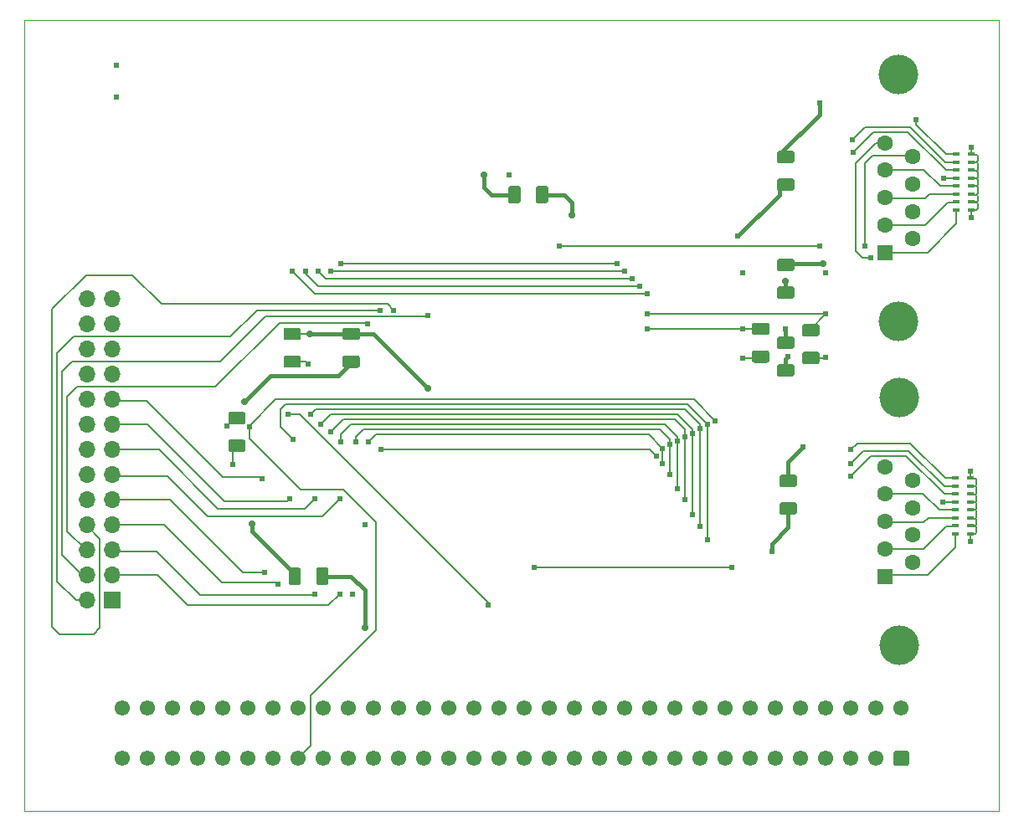
<source format=gbr>
G04 #@! TF.GenerationSoftware,KiCad,Pcbnew,5.1.5+dfsg1-2build2*
G04 #@! TF.CreationDate,2021-07-30T22:42:47+01:00*
G04 #@! TF.ProjectId,Printer+Sticks,5072696e-7465-4722-9b53-7469636b732e,rev?*
G04 #@! TF.SameCoordinates,Original*
G04 #@! TF.FileFunction,Copper,L4,Bot*
G04 #@! TF.FilePolarity,Positive*
%FSLAX46Y46*%
G04 Gerber Fmt 4.6, Leading zero omitted, Abs format (unit mm)*
G04 Created by KiCad (PCBNEW 5.1.5+dfsg1-2build2) date 2021-07-30 22:42:47*
%MOMM*%
%LPD*%
G04 APERTURE LIST*
%ADD10C,0.050000*%
%ADD11C,1.550000*%
%ADD12C,0.100000*%
%ADD13O,1.700000X1.700000*%
%ADD14R,1.700000X1.700000*%
%ADD15R,0.760000X0.430000*%
%ADD16C,4.000000*%
%ADD17C,1.600000*%
%ADD18R,1.600000X1.600000*%
%ADD19C,0.609600*%
%ADD20C,0.711200*%
%ADD21C,0.203200*%
%ADD22C,0.406400*%
G04 APERTURE END LIST*
D10*
X155448000Y-109982000D02*
X155448000Y-189992000D01*
X56896000Y-109982000D02*
X155448000Y-109982000D01*
X56896000Y-189992000D02*
X56896000Y-109982000D01*
X155448000Y-189992000D02*
X56896000Y-189992000D01*
D11*
X66802000Y-179578000D03*
X69342000Y-179578000D03*
X71882000Y-179578000D03*
X74422000Y-179578000D03*
X76962000Y-179578000D03*
X79502000Y-179578000D03*
X82042000Y-179578000D03*
X84582000Y-179578000D03*
X87122000Y-179578000D03*
X89662000Y-179578000D03*
X92202000Y-179578000D03*
X94742000Y-179578000D03*
X97282000Y-179578000D03*
X99822000Y-179578000D03*
X102362000Y-179578000D03*
X104902000Y-179578000D03*
X107442000Y-179578000D03*
X109982000Y-179578000D03*
X112522000Y-179578000D03*
X115062000Y-179578000D03*
X117602000Y-179578000D03*
X120142000Y-179578000D03*
X122682000Y-179578000D03*
X125222000Y-179578000D03*
X127762000Y-179578000D03*
X130302000Y-179578000D03*
X132842000Y-179578000D03*
X135382000Y-179578000D03*
X137922000Y-179578000D03*
X140462000Y-179578000D03*
X143002000Y-179578000D03*
X145542000Y-179578000D03*
X66802000Y-184658000D03*
X69342000Y-184658000D03*
X71882000Y-184658000D03*
X74422000Y-184658000D03*
X76962000Y-184658000D03*
X79502000Y-184658000D03*
X82042000Y-184658000D03*
X84582000Y-184658000D03*
X87122000Y-184658000D03*
X89662000Y-184658000D03*
X92202000Y-184658000D03*
X94742000Y-184658000D03*
X97282000Y-184658000D03*
X99822000Y-184658000D03*
X102362000Y-184658000D03*
X104902000Y-184658000D03*
X107442000Y-184658000D03*
X109982000Y-184658000D03*
X112522000Y-184658000D03*
X115062000Y-184658000D03*
X117602000Y-184658000D03*
X120142000Y-184658000D03*
X122682000Y-184658000D03*
X125222000Y-184658000D03*
X127762000Y-184658000D03*
X130302000Y-184658000D03*
X132842000Y-184658000D03*
X135382000Y-184658000D03*
X137922000Y-184658000D03*
X140462000Y-184658000D03*
X143002000Y-184658000D03*
G04 #@! TA.AperFunction,ComponentPad*
D12*
G36*
X146091505Y-183884204D02*
G01*
X146115773Y-183887804D01*
X146139572Y-183893765D01*
X146162671Y-183902030D01*
X146184850Y-183912520D01*
X146205893Y-183925132D01*
X146225599Y-183939747D01*
X146243777Y-183956223D01*
X146260253Y-183974401D01*
X146274868Y-183994107D01*
X146287480Y-184015150D01*
X146297970Y-184037329D01*
X146306235Y-184060428D01*
X146312196Y-184084227D01*
X146315796Y-184108495D01*
X146317000Y-184132999D01*
X146317000Y-185183001D01*
X146315796Y-185207505D01*
X146312196Y-185231773D01*
X146306235Y-185255572D01*
X146297970Y-185278671D01*
X146287480Y-185300850D01*
X146274868Y-185321893D01*
X146260253Y-185341599D01*
X146243777Y-185359777D01*
X146225599Y-185376253D01*
X146205893Y-185390868D01*
X146184850Y-185403480D01*
X146162671Y-185413970D01*
X146139572Y-185422235D01*
X146115773Y-185428196D01*
X146091505Y-185431796D01*
X146067001Y-185433000D01*
X145016999Y-185433000D01*
X144992495Y-185431796D01*
X144968227Y-185428196D01*
X144944428Y-185422235D01*
X144921329Y-185413970D01*
X144899150Y-185403480D01*
X144878107Y-185390868D01*
X144858401Y-185376253D01*
X144840223Y-185359777D01*
X144823747Y-185341599D01*
X144809132Y-185321893D01*
X144796520Y-185300850D01*
X144786030Y-185278671D01*
X144777765Y-185255572D01*
X144771804Y-185231773D01*
X144768204Y-185207505D01*
X144767000Y-185183001D01*
X144767000Y-184132999D01*
X144768204Y-184108495D01*
X144771804Y-184084227D01*
X144777765Y-184060428D01*
X144786030Y-184037329D01*
X144796520Y-184015150D01*
X144809132Y-183994107D01*
X144823747Y-183974401D01*
X144840223Y-183956223D01*
X144858401Y-183939747D01*
X144878107Y-183925132D01*
X144899150Y-183912520D01*
X144921329Y-183902030D01*
X144944428Y-183893765D01*
X144968227Y-183887804D01*
X144992495Y-183884204D01*
X145016999Y-183883000D01*
X146067001Y-183883000D01*
X146091505Y-183884204D01*
G37*
G04 #@! TD.AperFunction*
D13*
X63246000Y-138176000D03*
X65786000Y-138176000D03*
X63246000Y-140716000D03*
X65786000Y-140716000D03*
X63246000Y-143256000D03*
X65786000Y-143256000D03*
X63246000Y-145796000D03*
X65786000Y-145796000D03*
X63246000Y-148336000D03*
X65786000Y-148336000D03*
X63246000Y-150876000D03*
X65786000Y-150876000D03*
X63246000Y-153416000D03*
X65786000Y-153416000D03*
X63246000Y-155956000D03*
X65786000Y-155956000D03*
X63246000Y-158496000D03*
X65786000Y-158496000D03*
X63246000Y-161036000D03*
X65786000Y-161036000D03*
X63246000Y-163576000D03*
X65786000Y-163576000D03*
X63246000Y-166116000D03*
X65786000Y-166116000D03*
X63246000Y-168656000D03*
D14*
X65786000Y-168656000D03*
G04 #@! TA.AperFunction,SMDPad,CuDef*
D12*
G36*
X109619504Y-126761204D02*
G01*
X109643773Y-126764804D01*
X109667571Y-126770765D01*
X109690671Y-126779030D01*
X109712849Y-126789520D01*
X109733893Y-126802133D01*
X109753598Y-126816747D01*
X109771777Y-126833223D01*
X109788253Y-126851402D01*
X109802867Y-126871107D01*
X109815480Y-126892151D01*
X109825970Y-126914329D01*
X109834235Y-126937429D01*
X109840196Y-126961227D01*
X109843796Y-126985496D01*
X109845000Y-127010000D01*
X109845000Y-128260000D01*
X109843796Y-128284504D01*
X109840196Y-128308773D01*
X109834235Y-128332571D01*
X109825970Y-128355671D01*
X109815480Y-128377849D01*
X109802867Y-128398893D01*
X109788253Y-128418598D01*
X109771777Y-128436777D01*
X109753598Y-128453253D01*
X109733893Y-128467867D01*
X109712849Y-128480480D01*
X109690671Y-128490970D01*
X109667571Y-128499235D01*
X109643773Y-128505196D01*
X109619504Y-128508796D01*
X109595000Y-128510000D01*
X108845000Y-128510000D01*
X108820496Y-128508796D01*
X108796227Y-128505196D01*
X108772429Y-128499235D01*
X108749329Y-128490970D01*
X108727151Y-128480480D01*
X108706107Y-128467867D01*
X108686402Y-128453253D01*
X108668223Y-128436777D01*
X108651747Y-128418598D01*
X108637133Y-128398893D01*
X108624520Y-128377849D01*
X108614030Y-128355671D01*
X108605765Y-128332571D01*
X108599804Y-128308773D01*
X108596204Y-128284504D01*
X108595000Y-128260000D01*
X108595000Y-127010000D01*
X108596204Y-126985496D01*
X108599804Y-126961227D01*
X108605765Y-126937429D01*
X108614030Y-126914329D01*
X108624520Y-126892151D01*
X108637133Y-126871107D01*
X108651747Y-126851402D01*
X108668223Y-126833223D01*
X108686402Y-126816747D01*
X108706107Y-126802133D01*
X108727151Y-126789520D01*
X108749329Y-126779030D01*
X108772429Y-126770765D01*
X108796227Y-126764804D01*
X108820496Y-126761204D01*
X108845000Y-126760000D01*
X109595000Y-126760000D01*
X109619504Y-126761204D01*
G37*
G04 #@! TD.AperFunction*
G04 #@! TA.AperFunction,SMDPad,CuDef*
G36*
X106819504Y-126761204D02*
G01*
X106843773Y-126764804D01*
X106867571Y-126770765D01*
X106890671Y-126779030D01*
X106912849Y-126789520D01*
X106933893Y-126802133D01*
X106953598Y-126816747D01*
X106971777Y-126833223D01*
X106988253Y-126851402D01*
X107002867Y-126871107D01*
X107015480Y-126892151D01*
X107025970Y-126914329D01*
X107034235Y-126937429D01*
X107040196Y-126961227D01*
X107043796Y-126985496D01*
X107045000Y-127010000D01*
X107045000Y-128260000D01*
X107043796Y-128284504D01*
X107040196Y-128308773D01*
X107034235Y-128332571D01*
X107025970Y-128355671D01*
X107015480Y-128377849D01*
X107002867Y-128398893D01*
X106988253Y-128418598D01*
X106971777Y-128436777D01*
X106953598Y-128453253D01*
X106933893Y-128467867D01*
X106912849Y-128480480D01*
X106890671Y-128490970D01*
X106867571Y-128499235D01*
X106843773Y-128505196D01*
X106819504Y-128508796D01*
X106795000Y-128510000D01*
X106045000Y-128510000D01*
X106020496Y-128508796D01*
X105996227Y-128505196D01*
X105972429Y-128499235D01*
X105949329Y-128490970D01*
X105927151Y-128480480D01*
X105906107Y-128467867D01*
X105886402Y-128453253D01*
X105868223Y-128436777D01*
X105851747Y-128418598D01*
X105837133Y-128398893D01*
X105824520Y-128377849D01*
X105814030Y-128355671D01*
X105805765Y-128332571D01*
X105799804Y-128308773D01*
X105796204Y-128284504D01*
X105795000Y-128260000D01*
X105795000Y-127010000D01*
X105796204Y-126985496D01*
X105799804Y-126961227D01*
X105805765Y-126937429D01*
X105814030Y-126914329D01*
X105824520Y-126892151D01*
X105837133Y-126871107D01*
X105851747Y-126851402D01*
X105868223Y-126833223D01*
X105886402Y-126816747D01*
X105906107Y-126802133D01*
X105927151Y-126789520D01*
X105949329Y-126779030D01*
X105972429Y-126770765D01*
X105996227Y-126764804D01*
X106020496Y-126761204D01*
X106045000Y-126760000D01*
X106795000Y-126760000D01*
X106819504Y-126761204D01*
G37*
G04 #@! TD.AperFunction*
G04 #@! TA.AperFunction,SMDPad,CuDef*
G36*
X84600504Y-165369204D02*
G01*
X84624773Y-165372804D01*
X84648571Y-165378765D01*
X84671671Y-165387030D01*
X84693849Y-165397520D01*
X84714893Y-165410133D01*
X84734598Y-165424747D01*
X84752777Y-165441223D01*
X84769253Y-165459402D01*
X84783867Y-165479107D01*
X84796480Y-165500151D01*
X84806970Y-165522329D01*
X84815235Y-165545429D01*
X84821196Y-165569227D01*
X84824796Y-165593496D01*
X84826000Y-165618000D01*
X84826000Y-166868000D01*
X84824796Y-166892504D01*
X84821196Y-166916773D01*
X84815235Y-166940571D01*
X84806970Y-166963671D01*
X84796480Y-166985849D01*
X84783867Y-167006893D01*
X84769253Y-167026598D01*
X84752777Y-167044777D01*
X84734598Y-167061253D01*
X84714893Y-167075867D01*
X84693849Y-167088480D01*
X84671671Y-167098970D01*
X84648571Y-167107235D01*
X84624773Y-167113196D01*
X84600504Y-167116796D01*
X84576000Y-167118000D01*
X83826000Y-167118000D01*
X83801496Y-167116796D01*
X83777227Y-167113196D01*
X83753429Y-167107235D01*
X83730329Y-167098970D01*
X83708151Y-167088480D01*
X83687107Y-167075867D01*
X83667402Y-167061253D01*
X83649223Y-167044777D01*
X83632747Y-167026598D01*
X83618133Y-167006893D01*
X83605520Y-166985849D01*
X83595030Y-166963671D01*
X83586765Y-166940571D01*
X83580804Y-166916773D01*
X83577204Y-166892504D01*
X83576000Y-166868000D01*
X83576000Y-165618000D01*
X83577204Y-165593496D01*
X83580804Y-165569227D01*
X83586765Y-165545429D01*
X83595030Y-165522329D01*
X83605520Y-165500151D01*
X83618133Y-165479107D01*
X83632747Y-165459402D01*
X83649223Y-165441223D01*
X83667402Y-165424747D01*
X83687107Y-165410133D01*
X83708151Y-165397520D01*
X83730329Y-165387030D01*
X83753429Y-165378765D01*
X83777227Y-165372804D01*
X83801496Y-165369204D01*
X83826000Y-165368000D01*
X84576000Y-165368000D01*
X84600504Y-165369204D01*
G37*
G04 #@! TD.AperFunction*
G04 #@! TA.AperFunction,SMDPad,CuDef*
G36*
X87400504Y-165369204D02*
G01*
X87424773Y-165372804D01*
X87448571Y-165378765D01*
X87471671Y-165387030D01*
X87493849Y-165397520D01*
X87514893Y-165410133D01*
X87534598Y-165424747D01*
X87552777Y-165441223D01*
X87569253Y-165459402D01*
X87583867Y-165479107D01*
X87596480Y-165500151D01*
X87606970Y-165522329D01*
X87615235Y-165545429D01*
X87621196Y-165569227D01*
X87624796Y-165593496D01*
X87626000Y-165618000D01*
X87626000Y-166868000D01*
X87624796Y-166892504D01*
X87621196Y-166916773D01*
X87615235Y-166940571D01*
X87606970Y-166963671D01*
X87596480Y-166985849D01*
X87583867Y-167006893D01*
X87569253Y-167026598D01*
X87552777Y-167044777D01*
X87534598Y-167061253D01*
X87514893Y-167075867D01*
X87493849Y-167088480D01*
X87471671Y-167098970D01*
X87448571Y-167107235D01*
X87424773Y-167113196D01*
X87400504Y-167116796D01*
X87376000Y-167118000D01*
X86626000Y-167118000D01*
X86601496Y-167116796D01*
X86577227Y-167113196D01*
X86553429Y-167107235D01*
X86530329Y-167098970D01*
X86508151Y-167088480D01*
X86487107Y-167075867D01*
X86467402Y-167061253D01*
X86449223Y-167044777D01*
X86432747Y-167026598D01*
X86418133Y-167006893D01*
X86405520Y-166985849D01*
X86395030Y-166963671D01*
X86386765Y-166940571D01*
X86380804Y-166916773D01*
X86377204Y-166892504D01*
X86376000Y-166868000D01*
X86376000Y-165618000D01*
X86377204Y-165593496D01*
X86380804Y-165569227D01*
X86386765Y-165545429D01*
X86395030Y-165522329D01*
X86405520Y-165500151D01*
X86418133Y-165479107D01*
X86432747Y-165459402D01*
X86449223Y-165441223D01*
X86467402Y-165424747D01*
X86487107Y-165410133D01*
X86508151Y-165397520D01*
X86530329Y-165387030D01*
X86553429Y-165378765D01*
X86577227Y-165372804D01*
X86601496Y-165369204D01*
X86626000Y-165368000D01*
X87376000Y-165368000D01*
X87400504Y-165369204D01*
G37*
G04 #@! TD.AperFunction*
G04 #@! TA.AperFunction,SMDPad,CuDef*
G36*
X131967504Y-143400204D02*
G01*
X131991773Y-143403804D01*
X132015571Y-143409765D01*
X132038671Y-143418030D01*
X132060849Y-143428520D01*
X132081893Y-143441133D01*
X132101598Y-143455747D01*
X132119777Y-143472223D01*
X132136253Y-143490402D01*
X132150867Y-143510107D01*
X132163480Y-143531151D01*
X132173970Y-143553329D01*
X132182235Y-143576429D01*
X132188196Y-143600227D01*
X132191796Y-143624496D01*
X132193000Y-143649000D01*
X132193000Y-144399000D01*
X132191796Y-144423504D01*
X132188196Y-144447773D01*
X132182235Y-144471571D01*
X132173970Y-144494671D01*
X132163480Y-144516849D01*
X132150867Y-144537893D01*
X132136253Y-144557598D01*
X132119777Y-144575777D01*
X132101598Y-144592253D01*
X132081893Y-144606867D01*
X132060849Y-144619480D01*
X132038671Y-144629970D01*
X132015571Y-144638235D01*
X131991773Y-144644196D01*
X131967504Y-144647796D01*
X131943000Y-144649000D01*
X130693000Y-144649000D01*
X130668496Y-144647796D01*
X130644227Y-144644196D01*
X130620429Y-144638235D01*
X130597329Y-144629970D01*
X130575151Y-144619480D01*
X130554107Y-144606867D01*
X130534402Y-144592253D01*
X130516223Y-144575777D01*
X130499747Y-144557598D01*
X130485133Y-144537893D01*
X130472520Y-144516849D01*
X130462030Y-144494671D01*
X130453765Y-144471571D01*
X130447804Y-144447773D01*
X130444204Y-144423504D01*
X130443000Y-144399000D01*
X130443000Y-143649000D01*
X130444204Y-143624496D01*
X130447804Y-143600227D01*
X130453765Y-143576429D01*
X130462030Y-143553329D01*
X130472520Y-143531151D01*
X130485133Y-143510107D01*
X130499747Y-143490402D01*
X130516223Y-143472223D01*
X130534402Y-143455747D01*
X130554107Y-143441133D01*
X130575151Y-143428520D01*
X130597329Y-143418030D01*
X130620429Y-143409765D01*
X130644227Y-143403804D01*
X130668496Y-143400204D01*
X130693000Y-143399000D01*
X131943000Y-143399000D01*
X131967504Y-143400204D01*
G37*
G04 #@! TD.AperFunction*
G04 #@! TA.AperFunction,SMDPad,CuDef*
G36*
X131967504Y-140600204D02*
G01*
X131991773Y-140603804D01*
X132015571Y-140609765D01*
X132038671Y-140618030D01*
X132060849Y-140628520D01*
X132081893Y-140641133D01*
X132101598Y-140655747D01*
X132119777Y-140672223D01*
X132136253Y-140690402D01*
X132150867Y-140710107D01*
X132163480Y-140731151D01*
X132173970Y-140753329D01*
X132182235Y-140776429D01*
X132188196Y-140800227D01*
X132191796Y-140824496D01*
X132193000Y-140849000D01*
X132193000Y-141599000D01*
X132191796Y-141623504D01*
X132188196Y-141647773D01*
X132182235Y-141671571D01*
X132173970Y-141694671D01*
X132163480Y-141716849D01*
X132150867Y-141737893D01*
X132136253Y-141757598D01*
X132119777Y-141775777D01*
X132101598Y-141792253D01*
X132081893Y-141806867D01*
X132060849Y-141819480D01*
X132038671Y-141829970D01*
X132015571Y-141838235D01*
X131991773Y-141844196D01*
X131967504Y-141847796D01*
X131943000Y-141849000D01*
X130693000Y-141849000D01*
X130668496Y-141847796D01*
X130644227Y-141844196D01*
X130620429Y-141838235D01*
X130597329Y-141829970D01*
X130575151Y-141819480D01*
X130554107Y-141806867D01*
X130534402Y-141792253D01*
X130516223Y-141775777D01*
X130499747Y-141757598D01*
X130485133Y-141737893D01*
X130472520Y-141716849D01*
X130462030Y-141694671D01*
X130453765Y-141671571D01*
X130447804Y-141647773D01*
X130444204Y-141623504D01*
X130443000Y-141599000D01*
X130443000Y-140849000D01*
X130444204Y-140824496D01*
X130447804Y-140800227D01*
X130453765Y-140776429D01*
X130462030Y-140753329D01*
X130472520Y-140731151D01*
X130485133Y-140710107D01*
X130499747Y-140690402D01*
X130516223Y-140672223D01*
X130534402Y-140655747D01*
X130554107Y-140641133D01*
X130575151Y-140628520D01*
X130597329Y-140618030D01*
X130620429Y-140609765D01*
X130644227Y-140603804D01*
X130668496Y-140600204D01*
X130693000Y-140599000D01*
X131943000Y-140599000D01*
X131967504Y-140600204D01*
G37*
G04 #@! TD.AperFunction*
G04 #@! TA.AperFunction,SMDPad,CuDef*
G36*
X137047504Y-143527204D02*
G01*
X137071773Y-143530804D01*
X137095571Y-143536765D01*
X137118671Y-143545030D01*
X137140849Y-143555520D01*
X137161893Y-143568133D01*
X137181598Y-143582747D01*
X137199777Y-143599223D01*
X137216253Y-143617402D01*
X137230867Y-143637107D01*
X137243480Y-143658151D01*
X137253970Y-143680329D01*
X137262235Y-143703429D01*
X137268196Y-143727227D01*
X137271796Y-143751496D01*
X137273000Y-143776000D01*
X137273000Y-144526000D01*
X137271796Y-144550504D01*
X137268196Y-144574773D01*
X137262235Y-144598571D01*
X137253970Y-144621671D01*
X137243480Y-144643849D01*
X137230867Y-144664893D01*
X137216253Y-144684598D01*
X137199777Y-144702777D01*
X137181598Y-144719253D01*
X137161893Y-144733867D01*
X137140849Y-144746480D01*
X137118671Y-144756970D01*
X137095571Y-144765235D01*
X137071773Y-144771196D01*
X137047504Y-144774796D01*
X137023000Y-144776000D01*
X135773000Y-144776000D01*
X135748496Y-144774796D01*
X135724227Y-144771196D01*
X135700429Y-144765235D01*
X135677329Y-144756970D01*
X135655151Y-144746480D01*
X135634107Y-144733867D01*
X135614402Y-144719253D01*
X135596223Y-144702777D01*
X135579747Y-144684598D01*
X135565133Y-144664893D01*
X135552520Y-144643849D01*
X135542030Y-144621671D01*
X135533765Y-144598571D01*
X135527804Y-144574773D01*
X135524204Y-144550504D01*
X135523000Y-144526000D01*
X135523000Y-143776000D01*
X135524204Y-143751496D01*
X135527804Y-143727227D01*
X135533765Y-143703429D01*
X135542030Y-143680329D01*
X135552520Y-143658151D01*
X135565133Y-143637107D01*
X135579747Y-143617402D01*
X135596223Y-143599223D01*
X135614402Y-143582747D01*
X135634107Y-143568133D01*
X135655151Y-143555520D01*
X135677329Y-143545030D01*
X135700429Y-143536765D01*
X135724227Y-143530804D01*
X135748496Y-143527204D01*
X135773000Y-143526000D01*
X137023000Y-143526000D01*
X137047504Y-143527204D01*
G37*
G04 #@! TD.AperFunction*
G04 #@! TA.AperFunction,SMDPad,CuDef*
G36*
X137047504Y-140727204D02*
G01*
X137071773Y-140730804D01*
X137095571Y-140736765D01*
X137118671Y-140745030D01*
X137140849Y-140755520D01*
X137161893Y-140768133D01*
X137181598Y-140782747D01*
X137199777Y-140799223D01*
X137216253Y-140817402D01*
X137230867Y-140837107D01*
X137243480Y-140858151D01*
X137253970Y-140880329D01*
X137262235Y-140903429D01*
X137268196Y-140927227D01*
X137271796Y-140951496D01*
X137273000Y-140976000D01*
X137273000Y-141726000D01*
X137271796Y-141750504D01*
X137268196Y-141774773D01*
X137262235Y-141798571D01*
X137253970Y-141821671D01*
X137243480Y-141843849D01*
X137230867Y-141864893D01*
X137216253Y-141884598D01*
X137199777Y-141902777D01*
X137181598Y-141919253D01*
X137161893Y-141933867D01*
X137140849Y-141946480D01*
X137118671Y-141956970D01*
X137095571Y-141965235D01*
X137071773Y-141971196D01*
X137047504Y-141974796D01*
X137023000Y-141976000D01*
X135773000Y-141976000D01*
X135748496Y-141974796D01*
X135724227Y-141971196D01*
X135700429Y-141965235D01*
X135677329Y-141956970D01*
X135655151Y-141946480D01*
X135634107Y-141933867D01*
X135614402Y-141919253D01*
X135596223Y-141902777D01*
X135579747Y-141884598D01*
X135565133Y-141864893D01*
X135552520Y-141843849D01*
X135542030Y-141821671D01*
X135533765Y-141798571D01*
X135527804Y-141774773D01*
X135524204Y-141750504D01*
X135523000Y-141726000D01*
X135523000Y-140976000D01*
X135524204Y-140951496D01*
X135527804Y-140927227D01*
X135533765Y-140903429D01*
X135542030Y-140880329D01*
X135552520Y-140858151D01*
X135565133Y-140837107D01*
X135579747Y-140817402D01*
X135596223Y-140799223D01*
X135614402Y-140782747D01*
X135634107Y-140768133D01*
X135655151Y-140755520D01*
X135677329Y-140745030D01*
X135700429Y-140736765D01*
X135724227Y-140730804D01*
X135748496Y-140727204D01*
X135773000Y-140726000D01*
X137023000Y-140726000D01*
X137047504Y-140727204D01*
G37*
G04 #@! TD.AperFunction*
G04 #@! TA.AperFunction,SMDPad,CuDef*
G36*
X79008504Y-152417204D02*
G01*
X79032773Y-152420804D01*
X79056571Y-152426765D01*
X79079671Y-152435030D01*
X79101849Y-152445520D01*
X79122893Y-152458133D01*
X79142598Y-152472747D01*
X79160777Y-152489223D01*
X79177253Y-152507402D01*
X79191867Y-152527107D01*
X79204480Y-152548151D01*
X79214970Y-152570329D01*
X79223235Y-152593429D01*
X79229196Y-152617227D01*
X79232796Y-152641496D01*
X79234000Y-152666000D01*
X79234000Y-153416000D01*
X79232796Y-153440504D01*
X79229196Y-153464773D01*
X79223235Y-153488571D01*
X79214970Y-153511671D01*
X79204480Y-153533849D01*
X79191867Y-153554893D01*
X79177253Y-153574598D01*
X79160777Y-153592777D01*
X79142598Y-153609253D01*
X79122893Y-153623867D01*
X79101849Y-153636480D01*
X79079671Y-153646970D01*
X79056571Y-153655235D01*
X79032773Y-153661196D01*
X79008504Y-153664796D01*
X78984000Y-153666000D01*
X77734000Y-153666000D01*
X77709496Y-153664796D01*
X77685227Y-153661196D01*
X77661429Y-153655235D01*
X77638329Y-153646970D01*
X77616151Y-153636480D01*
X77595107Y-153623867D01*
X77575402Y-153609253D01*
X77557223Y-153592777D01*
X77540747Y-153574598D01*
X77526133Y-153554893D01*
X77513520Y-153533849D01*
X77503030Y-153511671D01*
X77494765Y-153488571D01*
X77488804Y-153464773D01*
X77485204Y-153440504D01*
X77484000Y-153416000D01*
X77484000Y-152666000D01*
X77485204Y-152641496D01*
X77488804Y-152617227D01*
X77494765Y-152593429D01*
X77503030Y-152570329D01*
X77513520Y-152548151D01*
X77526133Y-152527107D01*
X77540747Y-152507402D01*
X77557223Y-152489223D01*
X77575402Y-152472747D01*
X77595107Y-152458133D01*
X77616151Y-152445520D01*
X77638329Y-152435030D01*
X77661429Y-152426765D01*
X77685227Y-152420804D01*
X77709496Y-152417204D01*
X77734000Y-152416000D01*
X78984000Y-152416000D01*
X79008504Y-152417204D01*
G37*
G04 #@! TD.AperFunction*
G04 #@! TA.AperFunction,SMDPad,CuDef*
G36*
X79008504Y-149617204D02*
G01*
X79032773Y-149620804D01*
X79056571Y-149626765D01*
X79079671Y-149635030D01*
X79101849Y-149645520D01*
X79122893Y-149658133D01*
X79142598Y-149672747D01*
X79160777Y-149689223D01*
X79177253Y-149707402D01*
X79191867Y-149727107D01*
X79204480Y-149748151D01*
X79214970Y-149770329D01*
X79223235Y-149793429D01*
X79229196Y-149817227D01*
X79232796Y-149841496D01*
X79234000Y-149866000D01*
X79234000Y-150616000D01*
X79232796Y-150640504D01*
X79229196Y-150664773D01*
X79223235Y-150688571D01*
X79214970Y-150711671D01*
X79204480Y-150733849D01*
X79191867Y-150754893D01*
X79177253Y-150774598D01*
X79160777Y-150792777D01*
X79142598Y-150809253D01*
X79122893Y-150823867D01*
X79101849Y-150836480D01*
X79079671Y-150846970D01*
X79056571Y-150855235D01*
X79032773Y-150861196D01*
X79008504Y-150864796D01*
X78984000Y-150866000D01*
X77734000Y-150866000D01*
X77709496Y-150864796D01*
X77685227Y-150861196D01*
X77661429Y-150855235D01*
X77638329Y-150846970D01*
X77616151Y-150836480D01*
X77595107Y-150823867D01*
X77575402Y-150809253D01*
X77557223Y-150792777D01*
X77540747Y-150774598D01*
X77526133Y-150754893D01*
X77513520Y-150733849D01*
X77503030Y-150711671D01*
X77494765Y-150688571D01*
X77488804Y-150664773D01*
X77485204Y-150640504D01*
X77484000Y-150616000D01*
X77484000Y-149866000D01*
X77485204Y-149841496D01*
X77488804Y-149817227D01*
X77494765Y-149793429D01*
X77503030Y-149770329D01*
X77513520Y-149748151D01*
X77526133Y-149727107D01*
X77540747Y-149707402D01*
X77557223Y-149689223D01*
X77575402Y-149672747D01*
X77595107Y-149658133D01*
X77616151Y-149645520D01*
X77638329Y-149635030D01*
X77661429Y-149626765D01*
X77685227Y-149620804D01*
X77709496Y-149617204D01*
X77734000Y-149616000D01*
X78984000Y-149616000D01*
X79008504Y-149617204D01*
G37*
G04 #@! TD.AperFunction*
G04 #@! TA.AperFunction,SMDPad,CuDef*
G36*
X84596504Y-143902204D02*
G01*
X84620773Y-143905804D01*
X84644571Y-143911765D01*
X84667671Y-143920030D01*
X84689849Y-143930520D01*
X84710893Y-143943133D01*
X84730598Y-143957747D01*
X84748777Y-143974223D01*
X84765253Y-143992402D01*
X84779867Y-144012107D01*
X84792480Y-144033151D01*
X84802970Y-144055329D01*
X84811235Y-144078429D01*
X84817196Y-144102227D01*
X84820796Y-144126496D01*
X84822000Y-144151000D01*
X84822000Y-144901000D01*
X84820796Y-144925504D01*
X84817196Y-144949773D01*
X84811235Y-144973571D01*
X84802970Y-144996671D01*
X84792480Y-145018849D01*
X84779867Y-145039893D01*
X84765253Y-145059598D01*
X84748777Y-145077777D01*
X84730598Y-145094253D01*
X84710893Y-145108867D01*
X84689849Y-145121480D01*
X84667671Y-145131970D01*
X84644571Y-145140235D01*
X84620773Y-145146196D01*
X84596504Y-145149796D01*
X84572000Y-145151000D01*
X83322000Y-145151000D01*
X83297496Y-145149796D01*
X83273227Y-145146196D01*
X83249429Y-145140235D01*
X83226329Y-145131970D01*
X83204151Y-145121480D01*
X83183107Y-145108867D01*
X83163402Y-145094253D01*
X83145223Y-145077777D01*
X83128747Y-145059598D01*
X83114133Y-145039893D01*
X83101520Y-145018849D01*
X83091030Y-144996671D01*
X83082765Y-144973571D01*
X83076804Y-144949773D01*
X83073204Y-144925504D01*
X83072000Y-144901000D01*
X83072000Y-144151000D01*
X83073204Y-144126496D01*
X83076804Y-144102227D01*
X83082765Y-144078429D01*
X83091030Y-144055329D01*
X83101520Y-144033151D01*
X83114133Y-144012107D01*
X83128747Y-143992402D01*
X83145223Y-143974223D01*
X83163402Y-143957747D01*
X83183107Y-143943133D01*
X83204151Y-143930520D01*
X83226329Y-143920030D01*
X83249429Y-143911765D01*
X83273227Y-143905804D01*
X83297496Y-143902204D01*
X83322000Y-143901000D01*
X84572000Y-143901000D01*
X84596504Y-143902204D01*
G37*
G04 #@! TD.AperFunction*
G04 #@! TA.AperFunction,SMDPad,CuDef*
G36*
X84596504Y-141102204D02*
G01*
X84620773Y-141105804D01*
X84644571Y-141111765D01*
X84667671Y-141120030D01*
X84689849Y-141130520D01*
X84710893Y-141143133D01*
X84730598Y-141157747D01*
X84748777Y-141174223D01*
X84765253Y-141192402D01*
X84779867Y-141212107D01*
X84792480Y-141233151D01*
X84802970Y-141255329D01*
X84811235Y-141278429D01*
X84817196Y-141302227D01*
X84820796Y-141326496D01*
X84822000Y-141351000D01*
X84822000Y-142101000D01*
X84820796Y-142125504D01*
X84817196Y-142149773D01*
X84811235Y-142173571D01*
X84802970Y-142196671D01*
X84792480Y-142218849D01*
X84779867Y-142239893D01*
X84765253Y-142259598D01*
X84748777Y-142277777D01*
X84730598Y-142294253D01*
X84710893Y-142308867D01*
X84689849Y-142321480D01*
X84667671Y-142331970D01*
X84644571Y-142340235D01*
X84620773Y-142346196D01*
X84596504Y-142349796D01*
X84572000Y-142351000D01*
X83322000Y-142351000D01*
X83297496Y-142349796D01*
X83273227Y-142346196D01*
X83249429Y-142340235D01*
X83226329Y-142331970D01*
X83204151Y-142321480D01*
X83183107Y-142308867D01*
X83163402Y-142294253D01*
X83145223Y-142277777D01*
X83128747Y-142259598D01*
X83114133Y-142239893D01*
X83101520Y-142218849D01*
X83091030Y-142196671D01*
X83082765Y-142173571D01*
X83076804Y-142149773D01*
X83073204Y-142125504D01*
X83072000Y-142101000D01*
X83072000Y-141351000D01*
X83073204Y-141326496D01*
X83076804Y-141302227D01*
X83082765Y-141278429D01*
X83091030Y-141255329D01*
X83101520Y-141233151D01*
X83114133Y-141212107D01*
X83128747Y-141192402D01*
X83145223Y-141174223D01*
X83163402Y-141157747D01*
X83183107Y-141143133D01*
X83204151Y-141130520D01*
X83226329Y-141120030D01*
X83249429Y-141111765D01*
X83273227Y-141105804D01*
X83297496Y-141102204D01*
X83322000Y-141101000D01*
X84572000Y-141101000D01*
X84596504Y-141102204D01*
G37*
G04 #@! TD.AperFunction*
G04 #@! TA.AperFunction,SMDPad,CuDef*
G36*
X90565504Y-143908204D02*
G01*
X90589773Y-143911804D01*
X90613571Y-143917765D01*
X90636671Y-143926030D01*
X90658849Y-143936520D01*
X90679893Y-143949133D01*
X90699598Y-143963747D01*
X90717777Y-143980223D01*
X90734253Y-143998402D01*
X90748867Y-144018107D01*
X90761480Y-144039151D01*
X90771970Y-144061329D01*
X90780235Y-144084429D01*
X90786196Y-144108227D01*
X90789796Y-144132496D01*
X90791000Y-144157000D01*
X90791000Y-144907000D01*
X90789796Y-144931504D01*
X90786196Y-144955773D01*
X90780235Y-144979571D01*
X90771970Y-145002671D01*
X90761480Y-145024849D01*
X90748867Y-145045893D01*
X90734253Y-145065598D01*
X90717777Y-145083777D01*
X90699598Y-145100253D01*
X90679893Y-145114867D01*
X90658849Y-145127480D01*
X90636671Y-145137970D01*
X90613571Y-145146235D01*
X90589773Y-145152196D01*
X90565504Y-145155796D01*
X90541000Y-145157000D01*
X89291000Y-145157000D01*
X89266496Y-145155796D01*
X89242227Y-145152196D01*
X89218429Y-145146235D01*
X89195329Y-145137970D01*
X89173151Y-145127480D01*
X89152107Y-145114867D01*
X89132402Y-145100253D01*
X89114223Y-145083777D01*
X89097747Y-145065598D01*
X89083133Y-145045893D01*
X89070520Y-145024849D01*
X89060030Y-145002671D01*
X89051765Y-144979571D01*
X89045804Y-144955773D01*
X89042204Y-144931504D01*
X89041000Y-144907000D01*
X89041000Y-144157000D01*
X89042204Y-144132496D01*
X89045804Y-144108227D01*
X89051765Y-144084429D01*
X89060030Y-144061329D01*
X89070520Y-144039151D01*
X89083133Y-144018107D01*
X89097747Y-143998402D01*
X89114223Y-143980223D01*
X89132402Y-143963747D01*
X89152107Y-143949133D01*
X89173151Y-143936520D01*
X89195329Y-143926030D01*
X89218429Y-143917765D01*
X89242227Y-143911804D01*
X89266496Y-143908204D01*
X89291000Y-143907000D01*
X90541000Y-143907000D01*
X90565504Y-143908204D01*
G37*
G04 #@! TD.AperFunction*
G04 #@! TA.AperFunction,SMDPad,CuDef*
G36*
X90565504Y-141108204D02*
G01*
X90589773Y-141111804D01*
X90613571Y-141117765D01*
X90636671Y-141126030D01*
X90658849Y-141136520D01*
X90679893Y-141149133D01*
X90699598Y-141163747D01*
X90717777Y-141180223D01*
X90734253Y-141198402D01*
X90748867Y-141218107D01*
X90761480Y-141239151D01*
X90771970Y-141261329D01*
X90780235Y-141284429D01*
X90786196Y-141308227D01*
X90789796Y-141332496D01*
X90791000Y-141357000D01*
X90791000Y-142107000D01*
X90789796Y-142131504D01*
X90786196Y-142155773D01*
X90780235Y-142179571D01*
X90771970Y-142202671D01*
X90761480Y-142224849D01*
X90748867Y-142245893D01*
X90734253Y-142265598D01*
X90717777Y-142283777D01*
X90699598Y-142300253D01*
X90679893Y-142314867D01*
X90658849Y-142327480D01*
X90636671Y-142337970D01*
X90613571Y-142346235D01*
X90589773Y-142352196D01*
X90565504Y-142355796D01*
X90541000Y-142357000D01*
X89291000Y-142357000D01*
X89266496Y-142355796D01*
X89242227Y-142352196D01*
X89218429Y-142346235D01*
X89195329Y-142337970D01*
X89173151Y-142327480D01*
X89152107Y-142314867D01*
X89132402Y-142300253D01*
X89114223Y-142283777D01*
X89097747Y-142265598D01*
X89083133Y-142245893D01*
X89070520Y-142224849D01*
X89060030Y-142202671D01*
X89051765Y-142179571D01*
X89045804Y-142155773D01*
X89042204Y-142131504D01*
X89041000Y-142107000D01*
X89041000Y-141357000D01*
X89042204Y-141332496D01*
X89045804Y-141308227D01*
X89051765Y-141284429D01*
X89060030Y-141261329D01*
X89070520Y-141239151D01*
X89083133Y-141218107D01*
X89097747Y-141198402D01*
X89114223Y-141180223D01*
X89132402Y-141163747D01*
X89152107Y-141149133D01*
X89173151Y-141136520D01*
X89195329Y-141126030D01*
X89218429Y-141117765D01*
X89242227Y-141111804D01*
X89266496Y-141108204D01*
X89291000Y-141107000D01*
X90541000Y-141107000D01*
X90565504Y-141108204D01*
G37*
G04 #@! TD.AperFunction*
D15*
X152525000Y-157131000D03*
X152525000Y-156331000D03*
X152525000Y-161931000D03*
X152525000Y-161131000D03*
X151005000Y-161131000D03*
X151005000Y-161931000D03*
X151005000Y-156331000D03*
X151005000Y-157131000D03*
X152525000Y-160331000D03*
X152525000Y-157931000D03*
X151005000Y-157931000D03*
X151005000Y-160331000D03*
X152525000Y-158731000D03*
X151005000Y-158731000D03*
X152525000Y-159531000D03*
X151005000Y-159531000D03*
X152652000Y-124365000D03*
X152652000Y-123565000D03*
X152652000Y-129165000D03*
X152652000Y-128365000D03*
X151132000Y-128365000D03*
X151132000Y-129165000D03*
X151132000Y-123565000D03*
X151132000Y-124365000D03*
X152652000Y-127565000D03*
X152652000Y-125165000D03*
X151132000Y-125165000D03*
X151132000Y-127565000D03*
X152652000Y-125965000D03*
X151132000Y-125965000D03*
X152652000Y-126765000D03*
X151132000Y-126765000D03*
D16*
X145311000Y-148203000D03*
X145311000Y-173203000D03*
D17*
X146731000Y-156548000D03*
X146731000Y-159318000D03*
X146731000Y-162088000D03*
X146731000Y-164858000D03*
X143891000Y-155163000D03*
X143891000Y-157933000D03*
X143891000Y-160703000D03*
X143891000Y-163473000D03*
D18*
X143891000Y-166243000D03*
D16*
X145288000Y-115443000D03*
X145288000Y-140443000D03*
D17*
X146708000Y-123788000D03*
X146708000Y-126558000D03*
X146708000Y-129328000D03*
X146708000Y-132098000D03*
X143868000Y-122403000D03*
X143868000Y-125173000D03*
X143868000Y-127943000D03*
X143868000Y-130713000D03*
D18*
X143868000Y-133483000D03*
G04 #@! TA.AperFunction,SMDPad,CuDef*
D12*
G36*
X134507504Y-123198204D02*
G01*
X134531773Y-123201804D01*
X134555571Y-123207765D01*
X134578671Y-123216030D01*
X134600849Y-123226520D01*
X134621893Y-123239133D01*
X134641598Y-123253747D01*
X134659777Y-123270223D01*
X134676253Y-123288402D01*
X134690867Y-123308107D01*
X134703480Y-123329151D01*
X134713970Y-123351329D01*
X134722235Y-123374429D01*
X134728196Y-123398227D01*
X134731796Y-123422496D01*
X134733000Y-123447000D01*
X134733000Y-124197000D01*
X134731796Y-124221504D01*
X134728196Y-124245773D01*
X134722235Y-124269571D01*
X134713970Y-124292671D01*
X134703480Y-124314849D01*
X134690867Y-124335893D01*
X134676253Y-124355598D01*
X134659777Y-124373777D01*
X134641598Y-124390253D01*
X134621893Y-124404867D01*
X134600849Y-124417480D01*
X134578671Y-124427970D01*
X134555571Y-124436235D01*
X134531773Y-124442196D01*
X134507504Y-124445796D01*
X134483000Y-124447000D01*
X133233000Y-124447000D01*
X133208496Y-124445796D01*
X133184227Y-124442196D01*
X133160429Y-124436235D01*
X133137329Y-124427970D01*
X133115151Y-124417480D01*
X133094107Y-124404867D01*
X133074402Y-124390253D01*
X133056223Y-124373777D01*
X133039747Y-124355598D01*
X133025133Y-124335893D01*
X133012520Y-124314849D01*
X133002030Y-124292671D01*
X132993765Y-124269571D01*
X132987804Y-124245773D01*
X132984204Y-124221504D01*
X132983000Y-124197000D01*
X132983000Y-123447000D01*
X132984204Y-123422496D01*
X132987804Y-123398227D01*
X132993765Y-123374429D01*
X133002030Y-123351329D01*
X133012520Y-123329151D01*
X133025133Y-123308107D01*
X133039747Y-123288402D01*
X133056223Y-123270223D01*
X133074402Y-123253747D01*
X133094107Y-123239133D01*
X133115151Y-123226520D01*
X133137329Y-123216030D01*
X133160429Y-123207765D01*
X133184227Y-123201804D01*
X133208496Y-123198204D01*
X133233000Y-123197000D01*
X134483000Y-123197000D01*
X134507504Y-123198204D01*
G37*
G04 #@! TD.AperFunction*
G04 #@! TA.AperFunction,SMDPad,CuDef*
G36*
X134507504Y-125998204D02*
G01*
X134531773Y-126001804D01*
X134555571Y-126007765D01*
X134578671Y-126016030D01*
X134600849Y-126026520D01*
X134621893Y-126039133D01*
X134641598Y-126053747D01*
X134659777Y-126070223D01*
X134676253Y-126088402D01*
X134690867Y-126108107D01*
X134703480Y-126129151D01*
X134713970Y-126151329D01*
X134722235Y-126174429D01*
X134728196Y-126198227D01*
X134731796Y-126222496D01*
X134733000Y-126247000D01*
X134733000Y-126997000D01*
X134731796Y-127021504D01*
X134728196Y-127045773D01*
X134722235Y-127069571D01*
X134713970Y-127092671D01*
X134703480Y-127114849D01*
X134690867Y-127135893D01*
X134676253Y-127155598D01*
X134659777Y-127173777D01*
X134641598Y-127190253D01*
X134621893Y-127204867D01*
X134600849Y-127217480D01*
X134578671Y-127227970D01*
X134555571Y-127236235D01*
X134531773Y-127242196D01*
X134507504Y-127245796D01*
X134483000Y-127247000D01*
X133233000Y-127247000D01*
X133208496Y-127245796D01*
X133184227Y-127242196D01*
X133160429Y-127236235D01*
X133137329Y-127227970D01*
X133115151Y-127217480D01*
X133094107Y-127204867D01*
X133074402Y-127190253D01*
X133056223Y-127173777D01*
X133039747Y-127155598D01*
X133025133Y-127135893D01*
X133012520Y-127114849D01*
X133002030Y-127092671D01*
X132993765Y-127069571D01*
X132987804Y-127045773D01*
X132984204Y-127021504D01*
X132983000Y-126997000D01*
X132983000Y-126247000D01*
X132984204Y-126222496D01*
X132987804Y-126198227D01*
X132993765Y-126174429D01*
X133002030Y-126151329D01*
X133012520Y-126129151D01*
X133025133Y-126108107D01*
X133039747Y-126088402D01*
X133056223Y-126070223D01*
X133074402Y-126053747D01*
X133094107Y-126039133D01*
X133115151Y-126026520D01*
X133137329Y-126016030D01*
X133160429Y-126007765D01*
X133184227Y-126001804D01*
X133208496Y-125998204D01*
X133233000Y-125997000D01*
X134483000Y-125997000D01*
X134507504Y-125998204D01*
G37*
G04 #@! TD.AperFunction*
G04 #@! TA.AperFunction,SMDPad,CuDef*
G36*
X134507504Y-144794204D02*
G01*
X134531773Y-144797804D01*
X134555571Y-144803765D01*
X134578671Y-144812030D01*
X134600849Y-144822520D01*
X134621893Y-144835133D01*
X134641598Y-144849747D01*
X134659777Y-144866223D01*
X134676253Y-144884402D01*
X134690867Y-144904107D01*
X134703480Y-144925151D01*
X134713970Y-144947329D01*
X134722235Y-144970429D01*
X134728196Y-144994227D01*
X134731796Y-145018496D01*
X134733000Y-145043000D01*
X134733000Y-145793000D01*
X134731796Y-145817504D01*
X134728196Y-145841773D01*
X134722235Y-145865571D01*
X134713970Y-145888671D01*
X134703480Y-145910849D01*
X134690867Y-145931893D01*
X134676253Y-145951598D01*
X134659777Y-145969777D01*
X134641598Y-145986253D01*
X134621893Y-146000867D01*
X134600849Y-146013480D01*
X134578671Y-146023970D01*
X134555571Y-146032235D01*
X134531773Y-146038196D01*
X134507504Y-146041796D01*
X134483000Y-146043000D01*
X133233000Y-146043000D01*
X133208496Y-146041796D01*
X133184227Y-146038196D01*
X133160429Y-146032235D01*
X133137329Y-146023970D01*
X133115151Y-146013480D01*
X133094107Y-146000867D01*
X133074402Y-145986253D01*
X133056223Y-145969777D01*
X133039747Y-145951598D01*
X133025133Y-145931893D01*
X133012520Y-145910849D01*
X133002030Y-145888671D01*
X132993765Y-145865571D01*
X132987804Y-145841773D01*
X132984204Y-145817504D01*
X132983000Y-145793000D01*
X132983000Y-145043000D01*
X132984204Y-145018496D01*
X132987804Y-144994227D01*
X132993765Y-144970429D01*
X133002030Y-144947329D01*
X133012520Y-144925151D01*
X133025133Y-144904107D01*
X133039747Y-144884402D01*
X133056223Y-144866223D01*
X133074402Y-144849747D01*
X133094107Y-144835133D01*
X133115151Y-144822520D01*
X133137329Y-144812030D01*
X133160429Y-144803765D01*
X133184227Y-144797804D01*
X133208496Y-144794204D01*
X133233000Y-144793000D01*
X134483000Y-144793000D01*
X134507504Y-144794204D01*
G37*
G04 #@! TD.AperFunction*
G04 #@! TA.AperFunction,SMDPad,CuDef*
G36*
X134507504Y-141994204D02*
G01*
X134531773Y-141997804D01*
X134555571Y-142003765D01*
X134578671Y-142012030D01*
X134600849Y-142022520D01*
X134621893Y-142035133D01*
X134641598Y-142049747D01*
X134659777Y-142066223D01*
X134676253Y-142084402D01*
X134690867Y-142104107D01*
X134703480Y-142125151D01*
X134713970Y-142147329D01*
X134722235Y-142170429D01*
X134728196Y-142194227D01*
X134731796Y-142218496D01*
X134733000Y-142243000D01*
X134733000Y-142993000D01*
X134731796Y-143017504D01*
X134728196Y-143041773D01*
X134722235Y-143065571D01*
X134713970Y-143088671D01*
X134703480Y-143110849D01*
X134690867Y-143131893D01*
X134676253Y-143151598D01*
X134659777Y-143169777D01*
X134641598Y-143186253D01*
X134621893Y-143200867D01*
X134600849Y-143213480D01*
X134578671Y-143223970D01*
X134555571Y-143232235D01*
X134531773Y-143238196D01*
X134507504Y-143241796D01*
X134483000Y-143243000D01*
X133233000Y-143243000D01*
X133208496Y-143241796D01*
X133184227Y-143238196D01*
X133160429Y-143232235D01*
X133137329Y-143223970D01*
X133115151Y-143213480D01*
X133094107Y-143200867D01*
X133074402Y-143186253D01*
X133056223Y-143169777D01*
X133039747Y-143151598D01*
X133025133Y-143131893D01*
X133012520Y-143110849D01*
X133002030Y-143088671D01*
X132993765Y-143065571D01*
X132987804Y-143041773D01*
X132984204Y-143017504D01*
X132983000Y-142993000D01*
X132983000Y-142243000D01*
X132984204Y-142218496D01*
X132987804Y-142194227D01*
X132993765Y-142170429D01*
X133002030Y-142147329D01*
X133012520Y-142125151D01*
X133025133Y-142104107D01*
X133039747Y-142084402D01*
X133056223Y-142066223D01*
X133074402Y-142049747D01*
X133094107Y-142035133D01*
X133115151Y-142022520D01*
X133137329Y-142012030D01*
X133160429Y-142003765D01*
X133184227Y-141997804D01*
X133208496Y-141994204D01*
X133233000Y-141993000D01*
X134483000Y-141993000D01*
X134507504Y-141994204D01*
G37*
G04 #@! TD.AperFunction*
G04 #@! TA.AperFunction,SMDPad,CuDef*
G36*
X134761504Y-155964204D02*
G01*
X134785773Y-155967804D01*
X134809571Y-155973765D01*
X134832671Y-155982030D01*
X134854849Y-155992520D01*
X134875893Y-156005133D01*
X134895598Y-156019747D01*
X134913777Y-156036223D01*
X134930253Y-156054402D01*
X134944867Y-156074107D01*
X134957480Y-156095151D01*
X134967970Y-156117329D01*
X134976235Y-156140429D01*
X134982196Y-156164227D01*
X134985796Y-156188496D01*
X134987000Y-156213000D01*
X134987000Y-156963000D01*
X134985796Y-156987504D01*
X134982196Y-157011773D01*
X134976235Y-157035571D01*
X134967970Y-157058671D01*
X134957480Y-157080849D01*
X134944867Y-157101893D01*
X134930253Y-157121598D01*
X134913777Y-157139777D01*
X134895598Y-157156253D01*
X134875893Y-157170867D01*
X134854849Y-157183480D01*
X134832671Y-157193970D01*
X134809571Y-157202235D01*
X134785773Y-157208196D01*
X134761504Y-157211796D01*
X134737000Y-157213000D01*
X133487000Y-157213000D01*
X133462496Y-157211796D01*
X133438227Y-157208196D01*
X133414429Y-157202235D01*
X133391329Y-157193970D01*
X133369151Y-157183480D01*
X133348107Y-157170867D01*
X133328402Y-157156253D01*
X133310223Y-157139777D01*
X133293747Y-157121598D01*
X133279133Y-157101893D01*
X133266520Y-157080849D01*
X133256030Y-157058671D01*
X133247765Y-157035571D01*
X133241804Y-157011773D01*
X133238204Y-156987504D01*
X133237000Y-156963000D01*
X133237000Y-156213000D01*
X133238204Y-156188496D01*
X133241804Y-156164227D01*
X133247765Y-156140429D01*
X133256030Y-156117329D01*
X133266520Y-156095151D01*
X133279133Y-156074107D01*
X133293747Y-156054402D01*
X133310223Y-156036223D01*
X133328402Y-156019747D01*
X133348107Y-156005133D01*
X133369151Y-155992520D01*
X133391329Y-155982030D01*
X133414429Y-155973765D01*
X133438227Y-155967804D01*
X133462496Y-155964204D01*
X133487000Y-155963000D01*
X134737000Y-155963000D01*
X134761504Y-155964204D01*
G37*
G04 #@! TD.AperFunction*
G04 #@! TA.AperFunction,SMDPad,CuDef*
G36*
X134761504Y-158764204D02*
G01*
X134785773Y-158767804D01*
X134809571Y-158773765D01*
X134832671Y-158782030D01*
X134854849Y-158792520D01*
X134875893Y-158805133D01*
X134895598Y-158819747D01*
X134913777Y-158836223D01*
X134930253Y-158854402D01*
X134944867Y-158874107D01*
X134957480Y-158895151D01*
X134967970Y-158917329D01*
X134976235Y-158940429D01*
X134982196Y-158964227D01*
X134985796Y-158988496D01*
X134987000Y-159013000D01*
X134987000Y-159763000D01*
X134985796Y-159787504D01*
X134982196Y-159811773D01*
X134976235Y-159835571D01*
X134967970Y-159858671D01*
X134957480Y-159880849D01*
X134944867Y-159901893D01*
X134930253Y-159921598D01*
X134913777Y-159939777D01*
X134895598Y-159956253D01*
X134875893Y-159970867D01*
X134854849Y-159983480D01*
X134832671Y-159993970D01*
X134809571Y-160002235D01*
X134785773Y-160008196D01*
X134761504Y-160011796D01*
X134737000Y-160013000D01*
X133487000Y-160013000D01*
X133462496Y-160011796D01*
X133438227Y-160008196D01*
X133414429Y-160002235D01*
X133391329Y-159993970D01*
X133369151Y-159983480D01*
X133348107Y-159970867D01*
X133328402Y-159956253D01*
X133310223Y-159939777D01*
X133293747Y-159921598D01*
X133279133Y-159901893D01*
X133266520Y-159880849D01*
X133256030Y-159858671D01*
X133247765Y-159835571D01*
X133241804Y-159811773D01*
X133238204Y-159787504D01*
X133237000Y-159763000D01*
X133237000Y-159013000D01*
X133238204Y-158988496D01*
X133241804Y-158964227D01*
X133247765Y-158940429D01*
X133256030Y-158917329D01*
X133266520Y-158895151D01*
X133279133Y-158874107D01*
X133293747Y-158854402D01*
X133310223Y-158836223D01*
X133328402Y-158819747D01*
X133348107Y-158805133D01*
X133369151Y-158792520D01*
X133391329Y-158782030D01*
X133414429Y-158773765D01*
X133438227Y-158767804D01*
X133462496Y-158764204D01*
X133487000Y-158763000D01*
X134737000Y-158763000D01*
X134761504Y-158764204D01*
G37*
G04 #@! TD.AperFunction*
G04 #@! TA.AperFunction,SMDPad,CuDef*
G36*
X134507504Y-136920204D02*
G01*
X134531773Y-136923804D01*
X134555571Y-136929765D01*
X134578671Y-136938030D01*
X134600849Y-136948520D01*
X134621893Y-136961133D01*
X134641598Y-136975747D01*
X134659777Y-136992223D01*
X134676253Y-137010402D01*
X134690867Y-137030107D01*
X134703480Y-137051151D01*
X134713970Y-137073329D01*
X134722235Y-137096429D01*
X134728196Y-137120227D01*
X134731796Y-137144496D01*
X134733000Y-137169000D01*
X134733000Y-137919000D01*
X134731796Y-137943504D01*
X134728196Y-137967773D01*
X134722235Y-137991571D01*
X134713970Y-138014671D01*
X134703480Y-138036849D01*
X134690867Y-138057893D01*
X134676253Y-138077598D01*
X134659777Y-138095777D01*
X134641598Y-138112253D01*
X134621893Y-138126867D01*
X134600849Y-138139480D01*
X134578671Y-138149970D01*
X134555571Y-138158235D01*
X134531773Y-138164196D01*
X134507504Y-138167796D01*
X134483000Y-138169000D01*
X133233000Y-138169000D01*
X133208496Y-138167796D01*
X133184227Y-138164196D01*
X133160429Y-138158235D01*
X133137329Y-138149970D01*
X133115151Y-138139480D01*
X133094107Y-138126867D01*
X133074402Y-138112253D01*
X133056223Y-138095777D01*
X133039747Y-138077598D01*
X133025133Y-138057893D01*
X133012520Y-138036849D01*
X133002030Y-138014671D01*
X132993765Y-137991571D01*
X132987804Y-137967773D01*
X132984204Y-137943504D01*
X132983000Y-137919000D01*
X132983000Y-137169000D01*
X132984204Y-137144496D01*
X132987804Y-137120227D01*
X132993765Y-137096429D01*
X133002030Y-137073329D01*
X133012520Y-137051151D01*
X133025133Y-137030107D01*
X133039747Y-137010402D01*
X133056223Y-136992223D01*
X133074402Y-136975747D01*
X133094107Y-136961133D01*
X133115151Y-136948520D01*
X133137329Y-136938030D01*
X133160429Y-136929765D01*
X133184227Y-136923804D01*
X133208496Y-136920204D01*
X133233000Y-136919000D01*
X134483000Y-136919000D01*
X134507504Y-136920204D01*
G37*
G04 #@! TD.AperFunction*
G04 #@! TA.AperFunction,SMDPad,CuDef*
G36*
X134507504Y-134120204D02*
G01*
X134531773Y-134123804D01*
X134555571Y-134129765D01*
X134578671Y-134138030D01*
X134600849Y-134148520D01*
X134621893Y-134161133D01*
X134641598Y-134175747D01*
X134659777Y-134192223D01*
X134676253Y-134210402D01*
X134690867Y-134230107D01*
X134703480Y-134251151D01*
X134713970Y-134273329D01*
X134722235Y-134296429D01*
X134728196Y-134320227D01*
X134731796Y-134344496D01*
X134733000Y-134369000D01*
X134733000Y-135119000D01*
X134731796Y-135143504D01*
X134728196Y-135167773D01*
X134722235Y-135191571D01*
X134713970Y-135214671D01*
X134703480Y-135236849D01*
X134690867Y-135257893D01*
X134676253Y-135277598D01*
X134659777Y-135295777D01*
X134641598Y-135312253D01*
X134621893Y-135326867D01*
X134600849Y-135339480D01*
X134578671Y-135349970D01*
X134555571Y-135358235D01*
X134531773Y-135364196D01*
X134507504Y-135367796D01*
X134483000Y-135369000D01*
X133233000Y-135369000D01*
X133208496Y-135367796D01*
X133184227Y-135364196D01*
X133160429Y-135358235D01*
X133137329Y-135349970D01*
X133115151Y-135339480D01*
X133094107Y-135326867D01*
X133074402Y-135312253D01*
X133056223Y-135295777D01*
X133039747Y-135277598D01*
X133025133Y-135257893D01*
X133012520Y-135236849D01*
X133002030Y-135214671D01*
X132993765Y-135191571D01*
X132987804Y-135167773D01*
X132984204Y-135143504D01*
X132983000Y-135119000D01*
X132983000Y-134369000D01*
X132984204Y-134344496D01*
X132987804Y-134320227D01*
X132993765Y-134296429D01*
X133002030Y-134273329D01*
X133012520Y-134251151D01*
X133025133Y-134230107D01*
X133039747Y-134210402D01*
X133056223Y-134192223D01*
X133074402Y-134175747D01*
X133094107Y-134161133D01*
X133115151Y-134148520D01*
X133137329Y-134138030D01*
X133160429Y-134129765D01*
X133184227Y-134123804D01*
X133208496Y-134120204D01*
X133233000Y-134119000D01*
X134483000Y-134119000D01*
X134507504Y-134120204D01*
G37*
G04 #@! TD.AperFunction*
D19*
X152527000Y-155575000D03*
X152527000Y-162687000D03*
X152652000Y-129919000D03*
X152652000Y-122811000D03*
X66167000Y-117729000D03*
D20*
X137668000Y-134620000D03*
D19*
X133858000Y-141224000D03*
X129032000Y-131826000D03*
D20*
X97663000Y-147193000D03*
D19*
X77343000Y-151003000D03*
X137922000Y-144081500D03*
X132461000Y-163703000D03*
D20*
X91313000Y-171450000D03*
X103378000Y-125603000D03*
X85725000Y-141732000D03*
D19*
X129540000Y-144145000D03*
X105918000Y-125603000D03*
X77978000Y-154940000D03*
X83566000Y-149860000D03*
X103759000Y-169164000D03*
X79629000Y-151130000D03*
X126746000Y-150495000D03*
X88900000Y-134620000D03*
X116840000Y-134620000D03*
X86614000Y-135382000D03*
X118364000Y-136144000D03*
X119888000Y-137668000D03*
X83947000Y-135382000D03*
X91694000Y-152654000D03*
X121412000Y-153289000D03*
X121412000Y-154813000D03*
X88900000Y-152654000D03*
X122936000Y-152527000D03*
X122936000Y-157353000D03*
X86868000Y-150876000D03*
X124460000Y-160020000D03*
X124460000Y-151765000D03*
X84074000Y-152400000D03*
X125984000Y-162560000D03*
X125984000Y-150876000D03*
X141859000Y-132842000D03*
X149860000Y-125984000D03*
X142494000Y-133985000D03*
X149733000Y-158750000D03*
X94234000Y-139319000D03*
X97663000Y-139827000D03*
X92837000Y-139319000D03*
X80899000Y-156337000D03*
X83693000Y-158369000D03*
X86233000Y-158369000D03*
X88773000Y-158369000D03*
X81153000Y-165862000D03*
X82550000Y-167005000D03*
X86233000Y-168021000D03*
X88773000Y-168021000D03*
X147066000Y-120015000D03*
X140589000Y-122047000D03*
X140716000Y-123317000D03*
X140462000Y-153416000D03*
X140462000Y-154813000D03*
X140462000Y-156083000D03*
X137922000Y-139700000D03*
X119888000Y-139700000D03*
X129540000Y-141224000D03*
X119888000Y-141224000D03*
X92964000Y-153416000D03*
X120777000Y-154051000D03*
X122174000Y-152908000D03*
X90424000Y-152654000D03*
X122174000Y-155956000D03*
X87884000Y-151638000D03*
X123698000Y-158496000D03*
X123698000Y-152146000D03*
X85852000Y-149860000D03*
X125222000Y-161163000D03*
X125222000Y-151257000D03*
X87884000Y-135382000D03*
X117602000Y-135382000D03*
X85344000Y-135382000D03*
X119126000Y-136906000D03*
X137287000Y-132842000D03*
X110998000Y-132842000D03*
X128397000Y-165354000D03*
X108458000Y-165354000D03*
X91567000Y-140716000D03*
X135636000Y-153162000D03*
D20*
X112268000Y-129667000D03*
D19*
X66167000Y-114554000D03*
X134112000Y-144018000D03*
D20*
X133858000Y-136398000D03*
D19*
X137287000Y-118364000D03*
X137922000Y-135509000D03*
D20*
X79883000Y-160909000D03*
D19*
X91313000Y-161036000D03*
X90043000Y-168021000D03*
X129540000Y-135509000D03*
D20*
X79121000Y-148590000D03*
D19*
X85598000Y-144780000D03*
D21*
X152525000Y-161131000D02*
X153067000Y-161131000D01*
X153067000Y-161131000D02*
X153162000Y-161036000D01*
X153162000Y-161036000D02*
X153162000Y-160528000D01*
X153162000Y-160528000D02*
X153035000Y-160401000D01*
X153035000Y-160401000D02*
X152654000Y-160401000D01*
X153035000Y-160401000D02*
X153162000Y-160274000D01*
X153162000Y-160274000D02*
X153162000Y-159639000D01*
X153162000Y-159639000D02*
X153035000Y-159512000D01*
X153035000Y-159512000D02*
X152654000Y-159512000D01*
X153035000Y-159512000D02*
X153162000Y-159385000D01*
X153162000Y-159385000D02*
X153162000Y-158877000D01*
X153162000Y-158877000D02*
X153035000Y-158750000D01*
X153035000Y-158750000D02*
X152654000Y-158750000D01*
X153035000Y-157988000D02*
X152781000Y-157988000D01*
X153162000Y-158115000D02*
X153035000Y-157988000D01*
X153162000Y-158623000D02*
X153162000Y-158115000D01*
X153035000Y-158750000D02*
X153162000Y-158623000D01*
X153035000Y-157988000D02*
X153162000Y-157861000D01*
X153162000Y-157861000D02*
X153162000Y-157226000D01*
X153162000Y-157226000D02*
X153035000Y-157099000D01*
X153035000Y-157099000D02*
X152781000Y-157099000D01*
X153035000Y-157099000D02*
X153162000Y-156972000D01*
X153162000Y-156972000D02*
X153162000Y-156464000D01*
X153162000Y-156464000D02*
X153035000Y-156337000D01*
X153035000Y-156337000D02*
X152654000Y-156337000D01*
X152525000Y-155577000D02*
X152527000Y-155575000D01*
X152525000Y-156331000D02*
X152525000Y-155577000D01*
X153035000Y-161163000D02*
X152527000Y-161163000D01*
X153162000Y-161290000D02*
X153035000Y-161163000D01*
X153162000Y-161798000D02*
X153162000Y-161290000D01*
X153029000Y-161931000D02*
X153162000Y-161798000D01*
X152525000Y-161931000D02*
X153029000Y-161931000D01*
X152525000Y-162685000D02*
X152527000Y-162687000D01*
X152525000Y-161931000D02*
X152525000Y-162685000D01*
X153162000Y-126746000D02*
X153289000Y-126619000D01*
X153289000Y-128270000D02*
X153289000Y-127762000D01*
X153162000Y-127635000D02*
X153289000Y-127508000D01*
X153289000Y-128524000D02*
X153162000Y-128397000D01*
X153162000Y-128397000D02*
X152654000Y-128397000D01*
X153289000Y-126111000D02*
X153162000Y-125984000D01*
X152652000Y-128365000D02*
X153194000Y-128365000D01*
X152652000Y-129165000D02*
X152652000Y-129919000D01*
X153156000Y-129165000D02*
X153289000Y-129032000D01*
X153289000Y-125857000D02*
X153289000Y-125349000D01*
X153289000Y-127508000D02*
X153289000Y-126873000D01*
X153162000Y-124333000D02*
X153289000Y-124206000D01*
X153289000Y-126873000D02*
X153162000Y-126746000D01*
X153162000Y-125984000D02*
X153289000Y-125857000D01*
X153289000Y-129032000D02*
X153289000Y-128524000D01*
X153194000Y-128365000D02*
X153289000Y-128270000D01*
X153289000Y-125095000D02*
X153289000Y-124460000D01*
X153162000Y-125222000D02*
X153289000Y-125095000D01*
X153289000Y-125349000D02*
X153162000Y-125222000D01*
X153162000Y-124333000D02*
X152908000Y-124333000D01*
X153289000Y-124206000D02*
X153289000Y-123698000D01*
X153289000Y-124460000D02*
X153162000Y-124333000D01*
X153162000Y-126746000D02*
X152781000Y-126746000D01*
X153289000Y-127762000D02*
X153162000Y-127635000D01*
X153162000Y-125222000D02*
X152908000Y-125222000D01*
X152652000Y-122811000D02*
X152654000Y-122809000D01*
X153162000Y-127635000D02*
X152781000Y-127635000D01*
X153289000Y-126619000D02*
X153289000Y-126111000D01*
X153162000Y-125984000D02*
X152781000Y-125984000D01*
X152652000Y-129165000D02*
X153156000Y-129165000D01*
X153289000Y-123698000D02*
X153162000Y-123571000D01*
X153162000Y-123571000D02*
X152781000Y-123571000D01*
X152652000Y-123565000D02*
X152652000Y-122811000D01*
X152652000Y-129919000D02*
X152654000Y-129921000D01*
D22*
X133858000Y-142618000D02*
X133858000Y-141224000D01*
X134112000Y-134620000D02*
X137668000Y-134620000D01*
X133223000Y-127635000D02*
X133223000Y-126238000D01*
X129032000Y-131826000D02*
X133223000Y-127635000D01*
D21*
X78105000Y-150241000D02*
X77343000Y-151003000D01*
X78359000Y-150241000D02*
X78105000Y-150241000D01*
X137858500Y-144145000D02*
X137922000Y-144081500D01*
X136334500Y-144145000D02*
X137858500Y-144145000D01*
D22*
X134112000Y-161290000D02*
X134112000Y-159258000D01*
X132461000Y-162941000D02*
X134112000Y-161290000D01*
X132461000Y-163703000D02*
X132461000Y-162941000D01*
X92202000Y-141732000D02*
X89789000Y-141732000D01*
X97663000Y-147193000D02*
X92202000Y-141732000D01*
X106420000Y-127635000D02*
X104140000Y-127635000D01*
X103378000Y-126873000D02*
X103378000Y-125603000D01*
X104140000Y-127635000D02*
X103378000Y-126873000D01*
X89916000Y-141732000D02*
X85725000Y-141732000D01*
D21*
X85719000Y-141726000D02*
X83947000Y-141726000D01*
X85725000Y-141732000D02*
X85719000Y-141726000D01*
D22*
X91313000Y-167640000D02*
X91313000Y-171450000D01*
X89916000Y-166243000D02*
X91313000Y-167640000D01*
X87001000Y-166243000D02*
X89916000Y-166243000D01*
D21*
X129543000Y-144148000D02*
X131381500Y-144148000D01*
X129540000Y-144145000D02*
X129543000Y-144148000D01*
X77978000Y-153416000D02*
X78232000Y-153162000D01*
X77978000Y-154940000D02*
X77978000Y-153416000D01*
X103759000Y-168910000D02*
X103759000Y-169164000D01*
X84709000Y-149860000D02*
X103759000Y-168910000D01*
X83566000Y-149860000D02*
X84709000Y-149860000D01*
X84836000Y-157480000D02*
X89154000Y-157480000D01*
X79629000Y-151130000D02*
X79629000Y-152273000D01*
X79629000Y-152273000D02*
X84836000Y-157480000D01*
X89154000Y-157480000D02*
X92456000Y-160782000D01*
X92456000Y-160782000D02*
X92456000Y-171704000D01*
X92456000Y-171704000D02*
X85852000Y-178308000D01*
X85852000Y-178308000D02*
X85852000Y-183388000D01*
X85852000Y-183388000D02*
X84582000Y-184658000D01*
X79629000Y-151003000D02*
X79629000Y-151130000D01*
X82296000Y-148336000D02*
X79629000Y-151003000D01*
X124587000Y-148336000D02*
X82296000Y-148336000D01*
X126746000Y-150495000D02*
X124587000Y-148336000D01*
X116840000Y-134620000D02*
X88900000Y-134620000D01*
X87376000Y-136144000D02*
X86614000Y-135382000D01*
X118364000Y-136144000D02*
X87376000Y-136144000D01*
X83947000Y-135382000D02*
X86233000Y-137668000D01*
X86233000Y-137668000D02*
X119888000Y-137668000D01*
X92456000Y-151892000D02*
X91694000Y-152654000D01*
X120015000Y-151892000D02*
X92456000Y-151892000D01*
X121412000Y-153289000D02*
X120015000Y-151892000D01*
X121412000Y-153289000D02*
X121412000Y-154813000D01*
X121666000Y-150876000D02*
X89916000Y-150876000D01*
X122936000Y-152146000D02*
X121666000Y-150876000D01*
X122936000Y-152527000D02*
X122936000Y-152146000D01*
X88900000Y-151892000D02*
X88900000Y-152654000D01*
X89916000Y-150876000D02*
X88900000Y-151892000D01*
X122936000Y-152527000D02*
X122936000Y-157353000D01*
X124460000Y-160020000D02*
X124460000Y-151765000D01*
X87884000Y-149860000D02*
X86868000Y-150876000D01*
X122936000Y-149860000D02*
X87884000Y-149860000D01*
X124460000Y-151384000D02*
X122936000Y-149860000D01*
X124460000Y-151765000D02*
X124460000Y-151384000D01*
X82804000Y-149352000D02*
X82804000Y-151130000D01*
X83312000Y-148844000D02*
X82804000Y-149352000D01*
X125984000Y-150876000D02*
X123952000Y-148844000D01*
X125984000Y-162560000D02*
X125984000Y-150876000D01*
X123952000Y-148844000D02*
X83312000Y-148844000D01*
X82804000Y-151130000D02*
X84074000Y-152400000D01*
X141859000Y-132842000D02*
X141859000Y-124460000D01*
X142621000Y-123698000D02*
X146939000Y-123698000D01*
X141859000Y-124460000D02*
X142621000Y-123698000D01*
X149879000Y-125965000D02*
X149860000Y-125984000D01*
X151132000Y-125965000D02*
X149879000Y-125965000D01*
X142494000Y-133985000D02*
X141605000Y-133985000D01*
X141605000Y-133985000D02*
X140970000Y-133350000D01*
X140970000Y-133350000D02*
X140970000Y-124460000D01*
X140970000Y-124460000D02*
X143002000Y-122428000D01*
X143002000Y-122428000D02*
X143891000Y-122428000D01*
X151132000Y-126765000D02*
X149498000Y-126765000D01*
X149498000Y-126765000D02*
X147828000Y-125095000D01*
X147828000Y-125095000D02*
X143764000Y-125095000D01*
X143842000Y-125173000D02*
X143764000Y-125095000D01*
X143868000Y-125173000D02*
X143842000Y-125173000D01*
X151132000Y-127565000D02*
X148406000Y-127565000D01*
X148406000Y-127565000D02*
X147955000Y-128016000D01*
X147955000Y-128016000D02*
X143637000Y-128016000D01*
X143868000Y-130713000D02*
X147925000Y-130713000D01*
X147925000Y-130713000D02*
X150241000Y-128397000D01*
X150241000Y-128397000D02*
X151130000Y-128397000D01*
X151132000Y-129165000D02*
X151132000Y-129284000D01*
X151132000Y-129284000D02*
X151130000Y-129286000D01*
X151130000Y-129286000D02*
X151130000Y-130556000D01*
X151130000Y-130556000D02*
X148209000Y-133477000D01*
X148209000Y-133477000D02*
X143891000Y-133477000D01*
X151005000Y-158731000D02*
X149752000Y-158731000D01*
X149752000Y-158731000D02*
X149733000Y-158750000D01*
X151005000Y-159531000D02*
X149371000Y-159531000D01*
X149371000Y-159531000D02*
X147701000Y-157861000D01*
X143715000Y-157939000D02*
X143637000Y-157861000D01*
X143741000Y-157939000D02*
X143715000Y-157939000D01*
X147701000Y-157861000D02*
X143637000Y-157861000D01*
X151005000Y-160331000D02*
X148279000Y-160331000D01*
X148279000Y-160331000D02*
X147828000Y-160782000D01*
X147828000Y-160782000D02*
X143510000Y-160782000D01*
X147798000Y-163479000D02*
X150114000Y-161163000D01*
X143741000Y-163479000D02*
X147798000Y-163479000D01*
X150114000Y-161163000D02*
X151003000Y-161163000D01*
X148209000Y-166116000D02*
X143764000Y-166116000D01*
X151003000Y-163322000D02*
X148209000Y-166116000D01*
X151003000Y-162052000D02*
X151003000Y-163322000D01*
X151005000Y-162050000D02*
X151003000Y-162052000D01*
X151005000Y-161931000D02*
X151005000Y-162050000D01*
X64516000Y-171450000D02*
X64516000Y-162433000D01*
X63881000Y-172085000D02*
X64516000Y-171450000D01*
X60452000Y-172085000D02*
X63881000Y-172085000D01*
X59690000Y-139192000D02*
X59690000Y-171323000D01*
X59690000Y-171323000D02*
X60452000Y-172085000D01*
X63119000Y-135763000D02*
X59690000Y-139192000D01*
X67818000Y-135763000D02*
X63119000Y-135763000D01*
X70739000Y-138684000D02*
X67818000Y-135763000D01*
X93599000Y-138684000D02*
X70739000Y-138684000D01*
X64516000Y-162433000D02*
X63119000Y-161036000D01*
X94234000Y-139319000D02*
X93599000Y-138684000D01*
X60706000Y-164084000D02*
X62738000Y-166116000D01*
X60706000Y-145542000D02*
X60706000Y-164084000D01*
X62738000Y-166116000D02*
X63246000Y-166116000D01*
X61722000Y-144526000D02*
X60706000Y-145542000D01*
X76708000Y-144526000D02*
X61722000Y-144526000D01*
X81280000Y-139954000D02*
X76708000Y-144526000D01*
X97536000Y-139954000D02*
X81280000Y-139954000D01*
X97663000Y-139827000D02*
X97536000Y-139954000D01*
X61849000Y-141986000D02*
X77724000Y-141986000D01*
X60198000Y-143637000D02*
X61849000Y-141986000D01*
X80391000Y-139319000D02*
X92837000Y-139319000D01*
X77724000Y-141986000D02*
X80391000Y-139319000D01*
X60198000Y-166751000D02*
X60198000Y-143637000D01*
X62103000Y-168656000D02*
X60198000Y-166751000D01*
X63246000Y-168656000D02*
X62103000Y-168656000D01*
X80899000Y-156337000D02*
X80772000Y-156210000D01*
X80772000Y-156210000D02*
X76962000Y-156210000D01*
X76962000Y-156210000D02*
X69215000Y-148463000D01*
X69215000Y-148463000D02*
X65659000Y-148463000D01*
X83439000Y-158623000D02*
X83693000Y-158369000D01*
X77089000Y-158623000D02*
X83439000Y-158623000D01*
X69342000Y-150876000D02*
X77089000Y-158623000D01*
X65786000Y-150876000D02*
X69342000Y-150876000D01*
X86233000Y-158369000D02*
X85217000Y-159385000D01*
X85217000Y-159385000D02*
X76454000Y-159385000D01*
X76454000Y-159385000D02*
X70485000Y-153416000D01*
X70485000Y-153416000D02*
X65532000Y-153416000D01*
X71374000Y-156083000D02*
X65659000Y-156083000D01*
X75438000Y-160147000D02*
X71374000Y-156083000D01*
X86995000Y-160147000D02*
X75438000Y-160147000D01*
X88773000Y-158369000D02*
X86995000Y-160147000D01*
X71628000Y-158496000D02*
X66040000Y-158496000D01*
X78994000Y-165862000D02*
X71628000Y-158496000D01*
X81153000Y-165862000D02*
X78994000Y-165862000D01*
X82550000Y-167005000D02*
X82423000Y-166878000D01*
X82423000Y-166878000D02*
X76835000Y-166878000D01*
X76835000Y-166878000D02*
X70993000Y-161036000D01*
X70993000Y-161036000D02*
X65532000Y-161036000D01*
X86233000Y-168021000D02*
X86106000Y-168148000D01*
X86106000Y-168148000D02*
X74676000Y-168148000D01*
X74676000Y-168148000D02*
X70231000Y-163703000D01*
X70231000Y-163703000D02*
X65659000Y-163703000D01*
X88773000Y-168021000D02*
X87630000Y-169164000D01*
X87630000Y-169164000D02*
X73406000Y-169164000D01*
X73406000Y-169164000D02*
X70358000Y-166116000D01*
X70358000Y-166116000D02*
X65786000Y-166116000D01*
X150108000Y-123565000D02*
X151132000Y-123565000D01*
X147066000Y-120523000D02*
X150108000Y-123565000D01*
X147066000Y-120015000D02*
X147066000Y-120523000D01*
X141859000Y-120777000D02*
X140589000Y-122047000D01*
X146431000Y-120777000D02*
X141859000Y-120777000D01*
X150019000Y-124365000D02*
X146431000Y-120777000D01*
X151132000Y-124365000D02*
X150019000Y-124365000D01*
X151132000Y-125165000D02*
X150057000Y-125165000D01*
X150057000Y-125165000D02*
X146177000Y-121285000D01*
X142748000Y-121285000D02*
X140716000Y-123317000D01*
X146177000Y-121285000D02*
X142748000Y-121285000D01*
X149981000Y-156331000D02*
X151005000Y-156331000D01*
X146431000Y-152781000D02*
X149981000Y-156331000D01*
X141097000Y-152781000D02*
X146431000Y-152781000D01*
X140462000Y-153416000D02*
X141097000Y-152781000D01*
X149892000Y-157131000D02*
X151005000Y-157131000D01*
X146304000Y-153543000D02*
X149892000Y-157131000D01*
X141732000Y-153543000D02*
X146304000Y-153543000D01*
X140462000Y-154813000D02*
X141732000Y-153543000D01*
X149930000Y-157931000D02*
X151005000Y-157931000D01*
X146050000Y-154051000D02*
X149930000Y-157931000D01*
X142494000Y-154051000D02*
X146050000Y-154051000D01*
X140462000Y-156083000D02*
X142494000Y-154051000D01*
X136334500Y-141287500D02*
X137922000Y-139700000D01*
X136334500Y-141345000D02*
X136334500Y-141287500D01*
X119888000Y-139700000D02*
X137922000Y-139700000D01*
X129540000Y-141224000D02*
X131318000Y-141224000D01*
X129540000Y-141224000D02*
X119888000Y-141224000D01*
X120777000Y-154051000D02*
X120142000Y-153416000D01*
X120142000Y-153416000D02*
X92964000Y-153416000D01*
X122174000Y-152400000D02*
X122174000Y-152908000D01*
X121158000Y-151384000D02*
X122174000Y-152400000D01*
X91186000Y-151384000D02*
X121158000Y-151384000D01*
X90424000Y-152146000D02*
X91186000Y-151384000D01*
X90424000Y-152654000D02*
X90424000Y-152146000D01*
X122174000Y-155956000D02*
X122174000Y-152908000D01*
X123698000Y-158496000D02*
X123698000Y-152146000D01*
X122682000Y-150368000D02*
X89154000Y-150368000D01*
X123698000Y-152146000D02*
X123698000Y-151384000D01*
X89154000Y-150368000D02*
X87884000Y-151638000D01*
X123698000Y-151384000D02*
X122682000Y-150368000D01*
X125222000Y-161163000D02*
X125222000Y-151257000D01*
X86360000Y-149352000D02*
X85852000Y-149860000D01*
X123698000Y-149352000D02*
X86360000Y-149352000D01*
X125222000Y-150876000D02*
X123698000Y-149352000D01*
X125222000Y-151257000D02*
X125222000Y-150876000D01*
X117602000Y-135382000D02*
X87884000Y-135382000D01*
X85344000Y-135636000D02*
X85344000Y-135382000D01*
X86614000Y-136906000D02*
X85344000Y-135636000D01*
X119126000Y-136906000D02*
X86614000Y-136906000D01*
X110998000Y-132842000D02*
X137287000Y-132842000D01*
X108458000Y-165354000D02*
X128397000Y-165354000D01*
X63119000Y-163576000D02*
X63246000Y-163576000D01*
X62230000Y-147066000D02*
X61214000Y-148082000D01*
X76200000Y-147066000D02*
X62230000Y-147066000D01*
X82677000Y-140589000D02*
X76200000Y-147066000D01*
X61214000Y-161671000D02*
X63119000Y-163576000D01*
X61214000Y-148082000D02*
X61214000Y-161671000D01*
X91440000Y-140589000D02*
X82677000Y-140589000D01*
X91567000Y-140716000D02*
X91440000Y-140589000D01*
D22*
X133858000Y-144272000D02*
X134112000Y-144018000D01*
X133858000Y-145418000D02*
X133858000Y-144272000D01*
D21*
X133858000Y-137414000D02*
X134112000Y-137668000D01*
D22*
X133858000Y-136398000D02*
X133858000Y-137414000D01*
X134112000Y-154686000D02*
X134112000Y-156718000D01*
X135636000Y-153162000D02*
X134112000Y-154686000D01*
D21*
X133356000Y-123438000D02*
X133223000Y-123438000D01*
D22*
X137287000Y-119507000D02*
X133356000Y-123438000D01*
X137287000Y-118364000D02*
X137287000Y-119507000D01*
X112268000Y-129667000D02*
X112268000Y-128397000D01*
X112268000Y-128397000D02*
X111506000Y-127635000D01*
X111506000Y-127635000D02*
X109601000Y-127635000D01*
X84201000Y-166243000D02*
X84328000Y-166116000D01*
X79883000Y-161671000D02*
X79883000Y-160909000D01*
X84328000Y-166116000D02*
X79883000Y-161671000D01*
X88646000Y-145923000D02*
X90043000Y-144526000D01*
X81788000Y-145923000D02*
X88646000Y-145923000D01*
X79121000Y-148590000D02*
X81788000Y-145923000D01*
D21*
X85344000Y-144526000D02*
X85598000Y-144780000D01*
X83947000Y-144526000D02*
X85344000Y-144526000D01*
M02*

</source>
